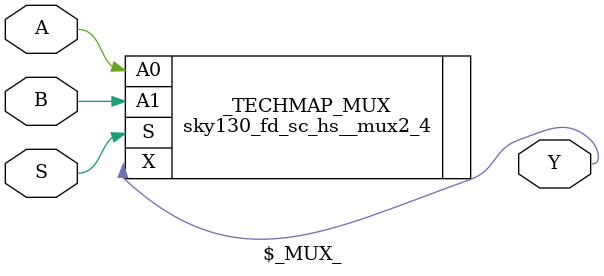
<source format=v>
module \$_MUX_ (
    output Y,
    input A,
    input B,
    input S
    );
  sky130_fd_sc_hs__mux2_4 _TECHMAP_MUX (
      .X(Y),
      .A0(A),
      .A1(B),
      .S(S)
  );
endmodule
</source>
